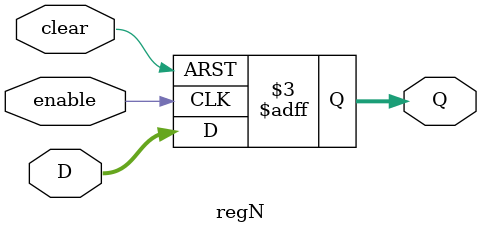
<source format=v>
module regN (clear, enable, D, Q);
input clear;
input enable;
parameter N= 8;
input [N-1:0] D;
output [N-1:0] Q;
reg [N-1:0] Q;
always @( posedge clear or posedge enable)
if (clear)
Q = 0;
else if (enable == 1)
Q = D;
endmodule 

</source>
